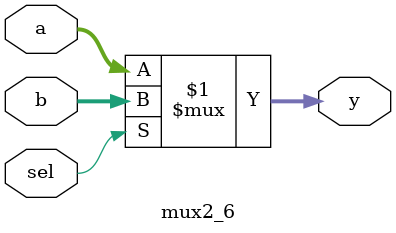
<source format=v>
module mux2_6( sel, a, b, y );
    parameter bitwidth=32;
    input sel;
    input  [bitwidth-1:0] a, b;
    output [bitwidth-1:0] y;
    assign y = sel ? b : a;
endmodule
</source>
